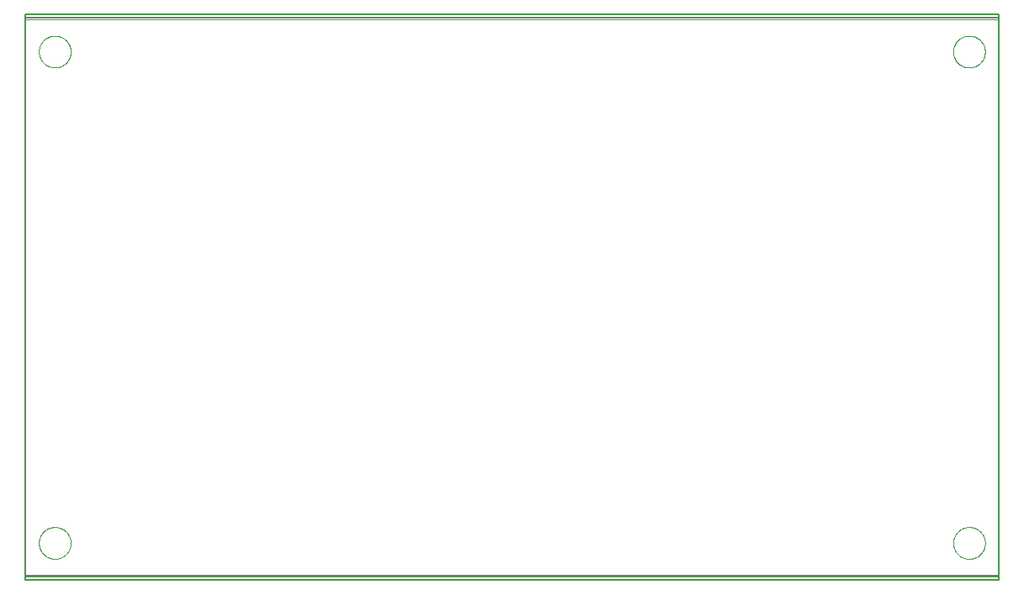
<source format=gbo>
G75*
%MOIN*%
%OFA0B0*%
%FSLAX25Y25*%
%IPPOS*%
%LPD*%
%AMOC8*
5,1,8,0,0,1.08239X$1,22.5*
%
%ADD10C,0.00000*%
%ADD11C,0.00500*%
D10*
X0003000Y0010697D02*
X0003000Y0231169D01*
X0388827Y0231169D01*
X0388827Y0010697D01*
X0003000Y0010697D01*
X0008512Y0023492D02*
X0008514Y0023650D01*
X0008520Y0023808D01*
X0008530Y0023966D01*
X0008544Y0024124D01*
X0008562Y0024281D01*
X0008583Y0024438D01*
X0008609Y0024594D01*
X0008639Y0024750D01*
X0008672Y0024905D01*
X0008710Y0025058D01*
X0008751Y0025211D01*
X0008796Y0025363D01*
X0008845Y0025514D01*
X0008898Y0025663D01*
X0008954Y0025811D01*
X0009014Y0025957D01*
X0009078Y0026102D01*
X0009146Y0026245D01*
X0009217Y0026387D01*
X0009291Y0026527D01*
X0009369Y0026664D01*
X0009451Y0026800D01*
X0009535Y0026934D01*
X0009624Y0027065D01*
X0009715Y0027194D01*
X0009810Y0027321D01*
X0009907Y0027446D01*
X0010008Y0027568D01*
X0010112Y0027687D01*
X0010219Y0027804D01*
X0010329Y0027918D01*
X0010442Y0028029D01*
X0010557Y0028138D01*
X0010675Y0028243D01*
X0010796Y0028345D01*
X0010919Y0028445D01*
X0011045Y0028541D01*
X0011173Y0028634D01*
X0011303Y0028724D01*
X0011436Y0028810D01*
X0011571Y0028894D01*
X0011707Y0028973D01*
X0011846Y0029050D01*
X0011987Y0029122D01*
X0012129Y0029192D01*
X0012273Y0029257D01*
X0012419Y0029319D01*
X0012566Y0029377D01*
X0012715Y0029432D01*
X0012865Y0029483D01*
X0013016Y0029530D01*
X0013168Y0029573D01*
X0013321Y0029612D01*
X0013476Y0029648D01*
X0013631Y0029679D01*
X0013787Y0029707D01*
X0013943Y0029731D01*
X0014100Y0029751D01*
X0014258Y0029767D01*
X0014415Y0029779D01*
X0014574Y0029787D01*
X0014732Y0029791D01*
X0014890Y0029791D01*
X0015048Y0029787D01*
X0015207Y0029779D01*
X0015364Y0029767D01*
X0015522Y0029751D01*
X0015679Y0029731D01*
X0015835Y0029707D01*
X0015991Y0029679D01*
X0016146Y0029648D01*
X0016301Y0029612D01*
X0016454Y0029573D01*
X0016606Y0029530D01*
X0016757Y0029483D01*
X0016907Y0029432D01*
X0017056Y0029377D01*
X0017203Y0029319D01*
X0017349Y0029257D01*
X0017493Y0029192D01*
X0017635Y0029122D01*
X0017776Y0029050D01*
X0017915Y0028973D01*
X0018051Y0028894D01*
X0018186Y0028810D01*
X0018319Y0028724D01*
X0018449Y0028634D01*
X0018577Y0028541D01*
X0018703Y0028445D01*
X0018826Y0028345D01*
X0018947Y0028243D01*
X0019065Y0028138D01*
X0019180Y0028029D01*
X0019293Y0027918D01*
X0019403Y0027804D01*
X0019510Y0027687D01*
X0019614Y0027568D01*
X0019715Y0027446D01*
X0019812Y0027321D01*
X0019907Y0027194D01*
X0019998Y0027065D01*
X0020087Y0026934D01*
X0020171Y0026800D01*
X0020253Y0026664D01*
X0020331Y0026527D01*
X0020405Y0026387D01*
X0020476Y0026245D01*
X0020544Y0026102D01*
X0020608Y0025957D01*
X0020668Y0025811D01*
X0020724Y0025663D01*
X0020777Y0025514D01*
X0020826Y0025363D01*
X0020871Y0025211D01*
X0020912Y0025058D01*
X0020950Y0024905D01*
X0020983Y0024750D01*
X0021013Y0024594D01*
X0021039Y0024438D01*
X0021060Y0024281D01*
X0021078Y0024124D01*
X0021092Y0023966D01*
X0021102Y0023808D01*
X0021108Y0023650D01*
X0021110Y0023492D01*
X0021108Y0023334D01*
X0021102Y0023176D01*
X0021092Y0023018D01*
X0021078Y0022860D01*
X0021060Y0022703D01*
X0021039Y0022546D01*
X0021013Y0022390D01*
X0020983Y0022234D01*
X0020950Y0022079D01*
X0020912Y0021926D01*
X0020871Y0021773D01*
X0020826Y0021621D01*
X0020777Y0021470D01*
X0020724Y0021321D01*
X0020668Y0021173D01*
X0020608Y0021027D01*
X0020544Y0020882D01*
X0020476Y0020739D01*
X0020405Y0020597D01*
X0020331Y0020457D01*
X0020253Y0020320D01*
X0020171Y0020184D01*
X0020087Y0020050D01*
X0019998Y0019919D01*
X0019907Y0019790D01*
X0019812Y0019663D01*
X0019715Y0019538D01*
X0019614Y0019416D01*
X0019510Y0019297D01*
X0019403Y0019180D01*
X0019293Y0019066D01*
X0019180Y0018955D01*
X0019065Y0018846D01*
X0018947Y0018741D01*
X0018826Y0018639D01*
X0018703Y0018539D01*
X0018577Y0018443D01*
X0018449Y0018350D01*
X0018319Y0018260D01*
X0018186Y0018174D01*
X0018051Y0018090D01*
X0017915Y0018011D01*
X0017776Y0017934D01*
X0017635Y0017862D01*
X0017493Y0017792D01*
X0017349Y0017727D01*
X0017203Y0017665D01*
X0017056Y0017607D01*
X0016907Y0017552D01*
X0016757Y0017501D01*
X0016606Y0017454D01*
X0016454Y0017411D01*
X0016301Y0017372D01*
X0016146Y0017336D01*
X0015991Y0017305D01*
X0015835Y0017277D01*
X0015679Y0017253D01*
X0015522Y0017233D01*
X0015364Y0017217D01*
X0015207Y0017205D01*
X0015048Y0017197D01*
X0014890Y0017193D01*
X0014732Y0017193D01*
X0014574Y0017197D01*
X0014415Y0017205D01*
X0014258Y0017217D01*
X0014100Y0017233D01*
X0013943Y0017253D01*
X0013787Y0017277D01*
X0013631Y0017305D01*
X0013476Y0017336D01*
X0013321Y0017372D01*
X0013168Y0017411D01*
X0013016Y0017454D01*
X0012865Y0017501D01*
X0012715Y0017552D01*
X0012566Y0017607D01*
X0012419Y0017665D01*
X0012273Y0017727D01*
X0012129Y0017792D01*
X0011987Y0017862D01*
X0011846Y0017934D01*
X0011707Y0018011D01*
X0011571Y0018090D01*
X0011436Y0018174D01*
X0011303Y0018260D01*
X0011173Y0018350D01*
X0011045Y0018443D01*
X0010919Y0018539D01*
X0010796Y0018639D01*
X0010675Y0018741D01*
X0010557Y0018846D01*
X0010442Y0018955D01*
X0010329Y0019066D01*
X0010219Y0019180D01*
X0010112Y0019297D01*
X0010008Y0019416D01*
X0009907Y0019538D01*
X0009810Y0019663D01*
X0009715Y0019790D01*
X0009624Y0019919D01*
X0009535Y0020050D01*
X0009451Y0020184D01*
X0009369Y0020320D01*
X0009291Y0020457D01*
X0009217Y0020597D01*
X0009146Y0020739D01*
X0009078Y0020882D01*
X0009014Y0021027D01*
X0008954Y0021173D01*
X0008898Y0021321D01*
X0008845Y0021470D01*
X0008796Y0021621D01*
X0008751Y0021773D01*
X0008710Y0021926D01*
X0008672Y0022079D01*
X0008639Y0022234D01*
X0008609Y0022390D01*
X0008583Y0022546D01*
X0008562Y0022703D01*
X0008544Y0022860D01*
X0008530Y0023018D01*
X0008520Y0023176D01*
X0008514Y0023334D01*
X0008512Y0023492D01*
X0008512Y0218374D02*
X0008514Y0218532D01*
X0008520Y0218690D01*
X0008530Y0218848D01*
X0008544Y0219006D01*
X0008562Y0219163D01*
X0008583Y0219320D01*
X0008609Y0219476D01*
X0008639Y0219632D01*
X0008672Y0219787D01*
X0008710Y0219940D01*
X0008751Y0220093D01*
X0008796Y0220245D01*
X0008845Y0220396D01*
X0008898Y0220545D01*
X0008954Y0220693D01*
X0009014Y0220839D01*
X0009078Y0220984D01*
X0009146Y0221127D01*
X0009217Y0221269D01*
X0009291Y0221409D01*
X0009369Y0221546D01*
X0009451Y0221682D01*
X0009535Y0221816D01*
X0009624Y0221947D01*
X0009715Y0222076D01*
X0009810Y0222203D01*
X0009907Y0222328D01*
X0010008Y0222450D01*
X0010112Y0222569D01*
X0010219Y0222686D01*
X0010329Y0222800D01*
X0010442Y0222911D01*
X0010557Y0223020D01*
X0010675Y0223125D01*
X0010796Y0223227D01*
X0010919Y0223327D01*
X0011045Y0223423D01*
X0011173Y0223516D01*
X0011303Y0223606D01*
X0011436Y0223692D01*
X0011571Y0223776D01*
X0011707Y0223855D01*
X0011846Y0223932D01*
X0011987Y0224004D01*
X0012129Y0224074D01*
X0012273Y0224139D01*
X0012419Y0224201D01*
X0012566Y0224259D01*
X0012715Y0224314D01*
X0012865Y0224365D01*
X0013016Y0224412D01*
X0013168Y0224455D01*
X0013321Y0224494D01*
X0013476Y0224530D01*
X0013631Y0224561D01*
X0013787Y0224589D01*
X0013943Y0224613D01*
X0014100Y0224633D01*
X0014258Y0224649D01*
X0014415Y0224661D01*
X0014574Y0224669D01*
X0014732Y0224673D01*
X0014890Y0224673D01*
X0015048Y0224669D01*
X0015207Y0224661D01*
X0015364Y0224649D01*
X0015522Y0224633D01*
X0015679Y0224613D01*
X0015835Y0224589D01*
X0015991Y0224561D01*
X0016146Y0224530D01*
X0016301Y0224494D01*
X0016454Y0224455D01*
X0016606Y0224412D01*
X0016757Y0224365D01*
X0016907Y0224314D01*
X0017056Y0224259D01*
X0017203Y0224201D01*
X0017349Y0224139D01*
X0017493Y0224074D01*
X0017635Y0224004D01*
X0017776Y0223932D01*
X0017915Y0223855D01*
X0018051Y0223776D01*
X0018186Y0223692D01*
X0018319Y0223606D01*
X0018449Y0223516D01*
X0018577Y0223423D01*
X0018703Y0223327D01*
X0018826Y0223227D01*
X0018947Y0223125D01*
X0019065Y0223020D01*
X0019180Y0222911D01*
X0019293Y0222800D01*
X0019403Y0222686D01*
X0019510Y0222569D01*
X0019614Y0222450D01*
X0019715Y0222328D01*
X0019812Y0222203D01*
X0019907Y0222076D01*
X0019998Y0221947D01*
X0020087Y0221816D01*
X0020171Y0221682D01*
X0020253Y0221546D01*
X0020331Y0221409D01*
X0020405Y0221269D01*
X0020476Y0221127D01*
X0020544Y0220984D01*
X0020608Y0220839D01*
X0020668Y0220693D01*
X0020724Y0220545D01*
X0020777Y0220396D01*
X0020826Y0220245D01*
X0020871Y0220093D01*
X0020912Y0219940D01*
X0020950Y0219787D01*
X0020983Y0219632D01*
X0021013Y0219476D01*
X0021039Y0219320D01*
X0021060Y0219163D01*
X0021078Y0219006D01*
X0021092Y0218848D01*
X0021102Y0218690D01*
X0021108Y0218532D01*
X0021110Y0218374D01*
X0021108Y0218216D01*
X0021102Y0218058D01*
X0021092Y0217900D01*
X0021078Y0217742D01*
X0021060Y0217585D01*
X0021039Y0217428D01*
X0021013Y0217272D01*
X0020983Y0217116D01*
X0020950Y0216961D01*
X0020912Y0216808D01*
X0020871Y0216655D01*
X0020826Y0216503D01*
X0020777Y0216352D01*
X0020724Y0216203D01*
X0020668Y0216055D01*
X0020608Y0215909D01*
X0020544Y0215764D01*
X0020476Y0215621D01*
X0020405Y0215479D01*
X0020331Y0215339D01*
X0020253Y0215202D01*
X0020171Y0215066D01*
X0020087Y0214932D01*
X0019998Y0214801D01*
X0019907Y0214672D01*
X0019812Y0214545D01*
X0019715Y0214420D01*
X0019614Y0214298D01*
X0019510Y0214179D01*
X0019403Y0214062D01*
X0019293Y0213948D01*
X0019180Y0213837D01*
X0019065Y0213728D01*
X0018947Y0213623D01*
X0018826Y0213521D01*
X0018703Y0213421D01*
X0018577Y0213325D01*
X0018449Y0213232D01*
X0018319Y0213142D01*
X0018186Y0213056D01*
X0018051Y0212972D01*
X0017915Y0212893D01*
X0017776Y0212816D01*
X0017635Y0212744D01*
X0017493Y0212674D01*
X0017349Y0212609D01*
X0017203Y0212547D01*
X0017056Y0212489D01*
X0016907Y0212434D01*
X0016757Y0212383D01*
X0016606Y0212336D01*
X0016454Y0212293D01*
X0016301Y0212254D01*
X0016146Y0212218D01*
X0015991Y0212187D01*
X0015835Y0212159D01*
X0015679Y0212135D01*
X0015522Y0212115D01*
X0015364Y0212099D01*
X0015207Y0212087D01*
X0015048Y0212079D01*
X0014890Y0212075D01*
X0014732Y0212075D01*
X0014574Y0212079D01*
X0014415Y0212087D01*
X0014258Y0212099D01*
X0014100Y0212115D01*
X0013943Y0212135D01*
X0013787Y0212159D01*
X0013631Y0212187D01*
X0013476Y0212218D01*
X0013321Y0212254D01*
X0013168Y0212293D01*
X0013016Y0212336D01*
X0012865Y0212383D01*
X0012715Y0212434D01*
X0012566Y0212489D01*
X0012419Y0212547D01*
X0012273Y0212609D01*
X0012129Y0212674D01*
X0011987Y0212744D01*
X0011846Y0212816D01*
X0011707Y0212893D01*
X0011571Y0212972D01*
X0011436Y0213056D01*
X0011303Y0213142D01*
X0011173Y0213232D01*
X0011045Y0213325D01*
X0010919Y0213421D01*
X0010796Y0213521D01*
X0010675Y0213623D01*
X0010557Y0213728D01*
X0010442Y0213837D01*
X0010329Y0213948D01*
X0010219Y0214062D01*
X0010112Y0214179D01*
X0010008Y0214298D01*
X0009907Y0214420D01*
X0009810Y0214545D01*
X0009715Y0214672D01*
X0009624Y0214801D01*
X0009535Y0214932D01*
X0009451Y0215066D01*
X0009369Y0215202D01*
X0009291Y0215339D01*
X0009217Y0215479D01*
X0009146Y0215621D01*
X0009078Y0215764D01*
X0009014Y0215909D01*
X0008954Y0216055D01*
X0008898Y0216203D01*
X0008845Y0216352D01*
X0008796Y0216503D01*
X0008751Y0216655D01*
X0008710Y0216808D01*
X0008672Y0216961D01*
X0008639Y0217116D01*
X0008609Y0217272D01*
X0008583Y0217428D01*
X0008562Y0217585D01*
X0008544Y0217742D01*
X0008530Y0217900D01*
X0008520Y0218058D01*
X0008514Y0218216D01*
X0008512Y0218374D01*
X0370717Y0218374D02*
X0370719Y0218532D01*
X0370725Y0218690D01*
X0370735Y0218848D01*
X0370749Y0219006D01*
X0370767Y0219163D01*
X0370788Y0219320D01*
X0370814Y0219476D01*
X0370844Y0219632D01*
X0370877Y0219787D01*
X0370915Y0219940D01*
X0370956Y0220093D01*
X0371001Y0220245D01*
X0371050Y0220396D01*
X0371103Y0220545D01*
X0371159Y0220693D01*
X0371219Y0220839D01*
X0371283Y0220984D01*
X0371351Y0221127D01*
X0371422Y0221269D01*
X0371496Y0221409D01*
X0371574Y0221546D01*
X0371656Y0221682D01*
X0371740Y0221816D01*
X0371829Y0221947D01*
X0371920Y0222076D01*
X0372015Y0222203D01*
X0372112Y0222328D01*
X0372213Y0222450D01*
X0372317Y0222569D01*
X0372424Y0222686D01*
X0372534Y0222800D01*
X0372647Y0222911D01*
X0372762Y0223020D01*
X0372880Y0223125D01*
X0373001Y0223227D01*
X0373124Y0223327D01*
X0373250Y0223423D01*
X0373378Y0223516D01*
X0373508Y0223606D01*
X0373641Y0223692D01*
X0373776Y0223776D01*
X0373912Y0223855D01*
X0374051Y0223932D01*
X0374192Y0224004D01*
X0374334Y0224074D01*
X0374478Y0224139D01*
X0374624Y0224201D01*
X0374771Y0224259D01*
X0374920Y0224314D01*
X0375070Y0224365D01*
X0375221Y0224412D01*
X0375373Y0224455D01*
X0375526Y0224494D01*
X0375681Y0224530D01*
X0375836Y0224561D01*
X0375992Y0224589D01*
X0376148Y0224613D01*
X0376305Y0224633D01*
X0376463Y0224649D01*
X0376620Y0224661D01*
X0376779Y0224669D01*
X0376937Y0224673D01*
X0377095Y0224673D01*
X0377253Y0224669D01*
X0377412Y0224661D01*
X0377569Y0224649D01*
X0377727Y0224633D01*
X0377884Y0224613D01*
X0378040Y0224589D01*
X0378196Y0224561D01*
X0378351Y0224530D01*
X0378506Y0224494D01*
X0378659Y0224455D01*
X0378811Y0224412D01*
X0378962Y0224365D01*
X0379112Y0224314D01*
X0379261Y0224259D01*
X0379408Y0224201D01*
X0379554Y0224139D01*
X0379698Y0224074D01*
X0379840Y0224004D01*
X0379981Y0223932D01*
X0380120Y0223855D01*
X0380256Y0223776D01*
X0380391Y0223692D01*
X0380524Y0223606D01*
X0380654Y0223516D01*
X0380782Y0223423D01*
X0380908Y0223327D01*
X0381031Y0223227D01*
X0381152Y0223125D01*
X0381270Y0223020D01*
X0381385Y0222911D01*
X0381498Y0222800D01*
X0381608Y0222686D01*
X0381715Y0222569D01*
X0381819Y0222450D01*
X0381920Y0222328D01*
X0382017Y0222203D01*
X0382112Y0222076D01*
X0382203Y0221947D01*
X0382292Y0221816D01*
X0382376Y0221682D01*
X0382458Y0221546D01*
X0382536Y0221409D01*
X0382610Y0221269D01*
X0382681Y0221127D01*
X0382749Y0220984D01*
X0382813Y0220839D01*
X0382873Y0220693D01*
X0382929Y0220545D01*
X0382982Y0220396D01*
X0383031Y0220245D01*
X0383076Y0220093D01*
X0383117Y0219940D01*
X0383155Y0219787D01*
X0383188Y0219632D01*
X0383218Y0219476D01*
X0383244Y0219320D01*
X0383265Y0219163D01*
X0383283Y0219006D01*
X0383297Y0218848D01*
X0383307Y0218690D01*
X0383313Y0218532D01*
X0383315Y0218374D01*
X0383313Y0218216D01*
X0383307Y0218058D01*
X0383297Y0217900D01*
X0383283Y0217742D01*
X0383265Y0217585D01*
X0383244Y0217428D01*
X0383218Y0217272D01*
X0383188Y0217116D01*
X0383155Y0216961D01*
X0383117Y0216808D01*
X0383076Y0216655D01*
X0383031Y0216503D01*
X0382982Y0216352D01*
X0382929Y0216203D01*
X0382873Y0216055D01*
X0382813Y0215909D01*
X0382749Y0215764D01*
X0382681Y0215621D01*
X0382610Y0215479D01*
X0382536Y0215339D01*
X0382458Y0215202D01*
X0382376Y0215066D01*
X0382292Y0214932D01*
X0382203Y0214801D01*
X0382112Y0214672D01*
X0382017Y0214545D01*
X0381920Y0214420D01*
X0381819Y0214298D01*
X0381715Y0214179D01*
X0381608Y0214062D01*
X0381498Y0213948D01*
X0381385Y0213837D01*
X0381270Y0213728D01*
X0381152Y0213623D01*
X0381031Y0213521D01*
X0380908Y0213421D01*
X0380782Y0213325D01*
X0380654Y0213232D01*
X0380524Y0213142D01*
X0380391Y0213056D01*
X0380256Y0212972D01*
X0380120Y0212893D01*
X0379981Y0212816D01*
X0379840Y0212744D01*
X0379698Y0212674D01*
X0379554Y0212609D01*
X0379408Y0212547D01*
X0379261Y0212489D01*
X0379112Y0212434D01*
X0378962Y0212383D01*
X0378811Y0212336D01*
X0378659Y0212293D01*
X0378506Y0212254D01*
X0378351Y0212218D01*
X0378196Y0212187D01*
X0378040Y0212159D01*
X0377884Y0212135D01*
X0377727Y0212115D01*
X0377569Y0212099D01*
X0377412Y0212087D01*
X0377253Y0212079D01*
X0377095Y0212075D01*
X0376937Y0212075D01*
X0376779Y0212079D01*
X0376620Y0212087D01*
X0376463Y0212099D01*
X0376305Y0212115D01*
X0376148Y0212135D01*
X0375992Y0212159D01*
X0375836Y0212187D01*
X0375681Y0212218D01*
X0375526Y0212254D01*
X0375373Y0212293D01*
X0375221Y0212336D01*
X0375070Y0212383D01*
X0374920Y0212434D01*
X0374771Y0212489D01*
X0374624Y0212547D01*
X0374478Y0212609D01*
X0374334Y0212674D01*
X0374192Y0212744D01*
X0374051Y0212816D01*
X0373912Y0212893D01*
X0373776Y0212972D01*
X0373641Y0213056D01*
X0373508Y0213142D01*
X0373378Y0213232D01*
X0373250Y0213325D01*
X0373124Y0213421D01*
X0373001Y0213521D01*
X0372880Y0213623D01*
X0372762Y0213728D01*
X0372647Y0213837D01*
X0372534Y0213948D01*
X0372424Y0214062D01*
X0372317Y0214179D01*
X0372213Y0214298D01*
X0372112Y0214420D01*
X0372015Y0214545D01*
X0371920Y0214672D01*
X0371829Y0214801D01*
X0371740Y0214932D01*
X0371656Y0215066D01*
X0371574Y0215202D01*
X0371496Y0215339D01*
X0371422Y0215479D01*
X0371351Y0215621D01*
X0371283Y0215764D01*
X0371219Y0215909D01*
X0371159Y0216055D01*
X0371103Y0216203D01*
X0371050Y0216352D01*
X0371001Y0216503D01*
X0370956Y0216655D01*
X0370915Y0216808D01*
X0370877Y0216961D01*
X0370844Y0217116D01*
X0370814Y0217272D01*
X0370788Y0217428D01*
X0370767Y0217585D01*
X0370749Y0217742D01*
X0370735Y0217900D01*
X0370725Y0218058D01*
X0370719Y0218216D01*
X0370717Y0218374D01*
X0370717Y0023492D02*
X0370719Y0023650D01*
X0370725Y0023808D01*
X0370735Y0023966D01*
X0370749Y0024124D01*
X0370767Y0024281D01*
X0370788Y0024438D01*
X0370814Y0024594D01*
X0370844Y0024750D01*
X0370877Y0024905D01*
X0370915Y0025058D01*
X0370956Y0025211D01*
X0371001Y0025363D01*
X0371050Y0025514D01*
X0371103Y0025663D01*
X0371159Y0025811D01*
X0371219Y0025957D01*
X0371283Y0026102D01*
X0371351Y0026245D01*
X0371422Y0026387D01*
X0371496Y0026527D01*
X0371574Y0026664D01*
X0371656Y0026800D01*
X0371740Y0026934D01*
X0371829Y0027065D01*
X0371920Y0027194D01*
X0372015Y0027321D01*
X0372112Y0027446D01*
X0372213Y0027568D01*
X0372317Y0027687D01*
X0372424Y0027804D01*
X0372534Y0027918D01*
X0372647Y0028029D01*
X0372762Y0028138D01*
X0372880Y0028243D01*
X0373001Y0028345D01*
X0373124Y0028445D01*
X0373250Y0028541D01*
X0373378Y0028634D01*
X0373508Y0028724D01*
X0373641Y0028810D01*
X0373776Y0028894D01*
X0373912Y0028973D01*
X0374051Y0029050D01*
X0374192Y0029122D01*
X0374334Y0029192D01*
X0374478Y0029257D01*
X0374624Y0029319D01*
X0374771Y0029377D01*
X0374920Y0029432D01*
X0375070Y0029483D01*
X0375221Y0029530D01*
X0375373Y0029573D01*
X0375526Y0029612D01*
X0375681Y0029648D01*
X0375836Y0029679D01*
X0375992Y0029707D01*
X0376148Y0029731D01*
X0376305Y0029751D01*
X0376463Y0029767D01*
X0376620Y0029779D01*
X0376779Y0029787D01*
X0376937Y0029791D01*
X0377095Y0029791D01*
X0377253Y0029787D01*
X0377412Y0029779D01*
X0377569Y0029767D01*
X0377727Y0029751D01*
X0377884Y0029731D01*
X0378040Y0029707D01*
X0378196Y0029679D01*
X0378351Y0029648D01*
X0378506Y0029612D01*
X0378659Y0029573D01*
X0378811Y0029530D01*
X0378962Y0029483D01*
X0379112Y0029432D01*
X0379261Y0029377D01*
X0379408Y0029319D01*
X0379554Y0029257D01*
X0379698Y0029192D01*
X0379840Y0029122D01*
X0379981Y0029050D01*
X0380120Y0028973D01*
X0380256Y0028894D01*
X0380391Y0028810D01*
X0380524Y0028724D01*
X0380654Y0028634D01*
X0380782Y0028541D01*
X0380908Y0028445D01*
X0381031Y0028345D01*
X0381152Y0028243D01*
X0381270Y0028138D01*
X0381385Y0028029D01*
X0381498Y0027918D01*
X0381608Y0027804D01*
X0381715Y0027687D01*
X0381819Y0027568D01*
X0381920Y0027446D01*
X0382017Y0027321D01*
X0382112Y0027194D01*
X0382203Y0027065D01*
X0382292Y0026934D01*
X0382376Y0026800D01*
X0382458Y0026664D01*
X0382536Y0026527D01*
X0382610Y0026387D01*
X0382681Y0026245D01*
X0382749Y0026102D01*
X0382813Y0025957D01*
X0382873Y0025811D01*
X0382929Y0025663D01*
X0382982Y0025514D01*
X0383031Y0025363D01*
X0383076Y0025211D01*
X0383117Y0025058D01*
X0383155Y0024905D01*
X0383188Y0024750D01*
X0383218Y0024594D01*
X0383244Y0024438D01*
X0383265Y0024281D01*
X0383283Y0024124D01*
X0383297Y0023966D01*
X0383307Y0023808D01*
X0383313Y0023650D01*
X0383315Y0023492D01*
X0383313Y0023334D01*
X0383307Y0023176D01*
X0383297Y0023018D01*
X0383283Y0022860D01*
X0383265Y0022703D01*
X0383244Y0022546D01*
X0383218Y0022390D01*
X0383188Y0022234D01*
X0383155Y0022079D01*
X0383117Y0021926D01*
X0383076Y0021773D01*
X0383031Y0021621D01*
X0382982Y0021470D01*
X0382929Y0021321D01*
X0382873Y0021173D01*
X0382813Y0021027D01*
X0382749Y0020882D01*
X0382681Y0020739D01*
X0382610Y0020597D01*
X0382536Y0020457D01*
X0382458Y0020320D01*
X0382376Y0020184D01*
X0382292Y0020050D01*
X0382203Y0019919D01*
X0382112Y0019790D01*
X0382017Y0019663D01*
X0381920Y0019538D01*
X0381819Y0019416D01*
X0381715Y0019297D01*
X0381608Y0019180D01*
X0381498Y0019066D01*
X0381385Y0018955D01*
X0381270Y0018846D01*
X0381152Y0018741D01*
X0381031Y0018639D01*
X0380908Y0018539D01*
X0380782Y0018443D01*
X0380654Y0018350D01*
X0380524Y0018260D01*
X0380391Y0018174D01*
X0380256Y0018090D01*
X0380120Y0018011D01*
X0379981Y0017934D01*
X0379840Y0017862D01*
X0379698Y0017792D01*
X0379554Y0017727D01*
X0379408Y0017665D01*
X0379261Y0017607D01*
X0379112Y0017552D01*
X0378962Y0017501D01*
X0378811Y0017454D01*
X0378659Y0017411D01*
X0378506Y0017372D01*
X0378351Y0017336D01*
X0378196Y0017305D01*
X0378040Y0017277D01*
X0377884Y0017253D01*
X0377727Y0017233D01*
X0377569Y0017217D01*
X0377412Y0017205D01*
X0377253Y0017197D01*
X0377095Y0017193D01*
X0376937Y0017193D01*
X0376779Y0017197D01*
X0376620Y0017205D01*
X0376463Y0017217D01*
X0376305Y0017233D01*
X0376148Y0017253D01*
X0375992Y0017277D01*
X0375836Y0017305D01*
X0375681Y0017336D01*
X0375526Y0017372D01*
X0375373Y0017411D01*
X0375221Y0017454D01*
X0375070Y0017501D01*
X0374920Y0017552D01*
X0374771Y0017607D01*
X0374624Y0017665D01*
X0374478Y0017727D01*
X0374334Y0017792D01*
X0374192Y0017862D01*
X0374051Y0017934D01*
X0373912Y0018011D01*
X0373776Y0018090D01*
X0373641Y0018174D01*
X0373508Y0018260D01*
X0373378Y0018350D01*
X0373250Y0018443D01*
X0373124Y0018539D01*
X0373001Y0018639D01*
X0372880Y0018741D01*
X0372762Y0018846D01*
X0372647Y0018955D01*
X0372534Y0019066D01*
X0372424Y0019180D01*
X0372317Y0019297D01*
X0372213Y0019416D01*
X0372112Y0019538D01*
X0372015Y0019663D01*
X0371920Y0019790D01*
X0371829Y0019919D01*
X0371740Y0020050D01*
X0371656Y0020184D01*
X0371574Y0020320D01*
X0371496Y0020457D01*
X0371422Y0020597D01*
X0371351Y0020739D01*
X0371283Y0020882D01*
X0371219Y0021027D01*
X0371159Y0021173D01*
X0371103Y0021321D01*
X0371050Y0021470D01*
X0371001Y0021621D01*
X0370956Y0021773D01*
X0370915Y0021926D01*
X0370877Y0022079D01*
X0370844Y0022234D01*
X0370814Y0022390D01*
X0370788Y0022546D01*
X0370767Y0022703D01*
X0370749Y0022860D01*
X0370735Y0023018D01*
X0370725Y0023176D01*
X0370719Y0023334D01*
X0370717Y0023492D01*
D11*
X0388827Y0008728D02*
X0003000Y0008728D01*
X0003000Y0233138D01*
X0388827Y0233138D01*
X0388827Y0008728D01*
X0388827Y0010028D02*
X0388827Y0231839D01*
X0003000Y0231839D01*
X0003000Y0010028D01*
X0388827Y0010028D01*
M02*

</source>
